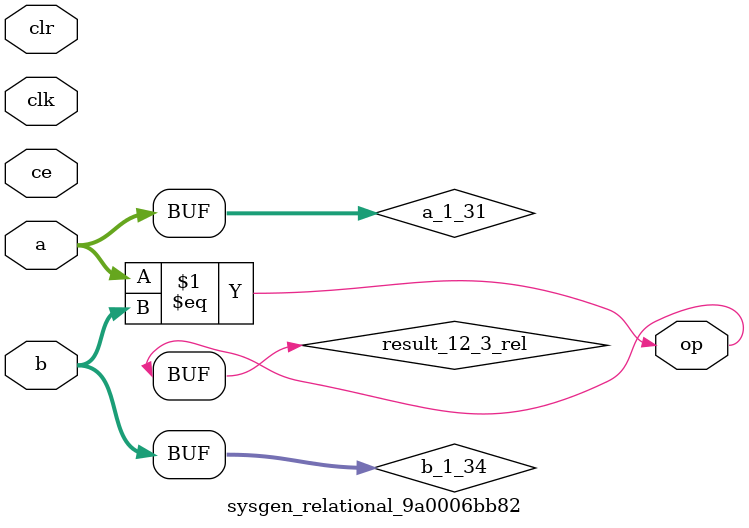
<source format=v>
module sysgen_relational_9a0006bb82 (
  input [(2 - 1):0] a,
  input [(2 - 1):0] b,
  output [(1 - 1):0] op,
  input clk,
  input ce,
  input clr);
  wire [(2 - 1):0] a_1_31;
  wire [(2 - 1):0] b_1_34;
  localparam [(1 - 1):0] const_value = 1'b1;
  wire result_12_3_rel;
  assign a_1_31 = a;
  assign b_1_34 = b;
  assign result_12_3_rel = a_1_31 == b_1_34;
  assign op = result_12_3_rel;
endmodule
</source>
